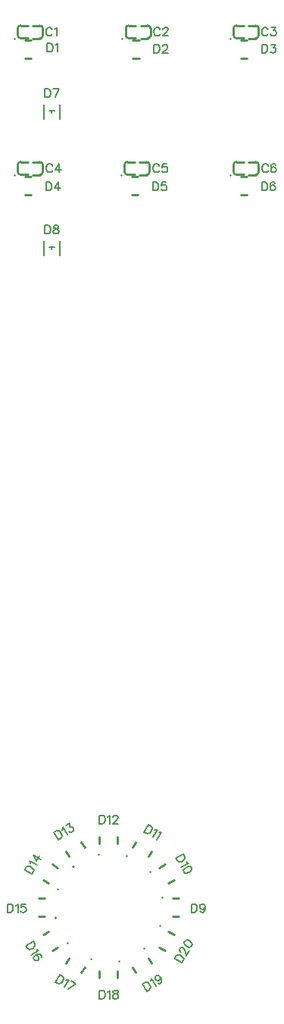
<source format=gto>
G04 Layer: TopSilkscreenLayer*
G04 EasyEDA v6.5.29, 2023-07-19 20:11:26*
G04 d82c07e130dc4937808a739b57af0cf3,5a6b42c53f6a479593ecc07194224c93,10*
G04 Gerber Generator version 0.2*
G04 Scale: 100 percent, Rotated: No, Reflected: No *
G04 Dimensions in millimeters *
G04 leading zeros omitted , absolute positions ,4 integer and 5 decimal *
%FSLAX45Y45*%
%MOMM*%

%ADD10C,0.1524*%
%ADD11C,0.2540*%
%ADD12C,0.1520*%

%LPD*%
D10*
X2971800Y1980437D02*
G01*
X2971800Y1884934D01*
X2971800Y1980437D02*
G01*
X3003550Y1980437D01*
X3017265Y1975865D01*
X3026409Y1966976D01*
X3030981Y1957831D01*
X3035554Y1944115D01*
X3035554Y1921510D01*
X3030981Y1907794D01*
X3026409Y1898650D01*
X3017265Y1889505D01*
X3003550Y1884934D01*
X2971800Y1884934D01*
X3124454Y1948687D02*
G01*
X3119881Y1934971D01*
X3110991Y1926081D01*
X3097275Y1921510D01*
X3092704Y1921510D01*
X3078988Y1926081D01*
X3070097Y1934971D01*
X3065525Y1948687D01*
X3065525Y1953260D01*
X3070097Y1966976D01*
X3078988Y1975865D01*
X3092704Y1980437D01*
X3097275Y1980437D01*
X3110991Y1975865D01*
X3119881Y1966976D01*
X3124454Y1948687D01*
X3124454Y1926081D01*
X3119881Y1903221D01*
X3110991Y1889505D01*
X3097275Y1884934D01*
X3088131Y1884934D01*
X3074415Y1889505D01*
X3070097Y1898650D01*
X2881327Y2539619D02*
G01*
X2798620Y2491867D01*
X2881327Y2539619D02*
G01*
X2897202Y2512123D01*
X2900100Y2497957D01*
X2896974Y2485593D01*
X2891342Y2477063D01*
X2881749Y2466246D01*
X2862171Y2454943D01*
X2848008Y2452044D01*
X2837802Y2451430D01*
X2825310Y2454777D01*
X2814495Y2464371D01*
X2798620Y2491867D01*
X2912572Y2449433D02*
G01*
X2920977Y2444021D01*
X2939493Y2438872D01*
X2856786Y2391120D01*
X2968195Y2389159D02*
G01*
X2957377Y2398750D01*
X2941147Y2399939D01*
X2919064Y2392469D01*
X2907405Y2385738D01*
X2889895Y2370348D01*
X2882587Y2355570D01*
X2885488Y2341407D01*
X2889933Y2333708D01*
X2900748Y2324115D01*
X2917200Y2323056D01*
X2939282Y2330526D01*
X2950941Y2337257D01*
X2968452Y2352647D01*
X2975538Y2367295D01*
X2972640Y2381460D01*
X2968195Y2389159D01*
X2488818Y2868627D02*
G01*
X2441066Y2785920D01*
X2488818Y2868627D02*
G01*
X2516314Y2852752D01*
X2525908Y2841934D01*
X2529382Y2829664D01*
X2528768Y2819460D01*
X2525869Y2805295D01*
X2514566Y2785717D01*
X2503749Y2776126D01*
X2495219Y2770492D01*
X2482728Y2767144D01*
X2468562Y2770045D01*
X2441066Y2785920D01*
X2560970Y2806146D02*
G01*
X2570954Y2805661D01*
X2589565Y2810461D01*
X2541813Y2727754D01*
X2606504Y2779857D02*
G01*
X2616710Y2779245D01*
X2635318Y2784045D01*
X2587566Y2701338D01*
X1943100Y2971037D02*
G01*
X1943100Y2875534D01*
X1943100Y2971037D02*
G01*
X1974850Y2971037D01*
X1988565Y2966465D01*
X1997709Y2957576D01*
X2002281Y2948431D01*
X2006854Y2934715D01*
X2006854Y2912110D01*
X2002281Y2898394D01*
X1997709Y2889250D01*
X1988565Y2880105D01*
X1974850Y2875534D01*
X1943100Y2875534D01*
X2036825Y2953004D02*
G01*
X2045715Y2957576D01*
X2059431Y2971037D01*
X2059431Y2875534D01*
X2093975Y2948431D02*
G01*
X2093975Y2953004D01*
X2098547Y2961894D01*
X2103120Y2966465D01*
X2112263Y2971037D01*
X2130297Y2971037D01*
X2139441Y2966465D01*
X2144013Y2961894D01*
X2148586Y2953004D01*
X2148586Y2943860D01*
X2144013Y2934715D01*
X2134870Y2921000D01*
X2089404Y2875534D01*
X2153158Y2875534D01*
X1435481Y2779727D02*
G01*
X1483233Y2697020D01*
X1435481Y2779727D02*
G01*
X1462976Y2795602D01*
X1477142Y2798500D01*
X1489506Y2795374D01*
X1498036Y2789742D01*
X1508853Y2780149D01*
X1520156Y2760571D01*
X1523055Y2746408D01*
X1523669Y2736202D01*
X1520322Y2723710D01*
X1510728Y2712895D01*
X1483233Y2697020D01*
X1525666Y2810972D02*
G01*
X1531078Y2819377D01*
X1536227Y2837893D01*
X1583979Y2755186D01*
X1570103Y2857451D02*
G01*
X1613435Y2882470D01*
X1608061Y2837426D01*
X1619719Y2844157D01*
X1629925Y2844769D01*
X1636168Y2843095D01*
X1646859Y2833723D01*
X1651431Y2825805D01*
X1654329Y2811640D01*
X1650984Y2799148D01*
X1641391Y2788333D01*
X1629732Y2781602D01*
X1615569Y2778701D01*
X1609323Y2780375D01*
X1600791Y2786009D01*
X1106472Y2361819D02*
G01*
X1189179Y2314067D01*
X1106472Y2361819D02*
G01*
X1122347Y2389314D01*
X1133165Y2398908D01*
X1145435Y2402382D01*
X1155639Y2401768D01*
X1169804Y2398869D01*
X1189382Y2387566D01*
X1198973Y2376749D01*
X1204607Y2368219D01*
X1207955Y2355728D01*
X1205054Y2341562D01*
X1189179Y2314067D01*
X1168953Y2433970D02*
G01*
X1169438Y2443954D01*
X1164638Y2462565D01*
X1247345Y2414813D01*
X1202357Y2527896D02*
G01*
X1234615Y2456771D01*
X1268778Y2515943D01*
X1202357Y2527896D02*
G01*
X1285064Y2480144D01*
X914400Y1980437D02*
G01*
X914400Y1884934D01*
X914400Y1980437D02*
G01*
X946150Y1980437D01*
X959865Y1975865D01*
X969009Y1966976D01*
X973581Y1957831D01*
X978154Y1944115D01*
X978154Y1921510D01*
X973581Y1907794D01*
X969009Y1898650D01*
X959865Y1889505D01*
X946150Y1884934D01*
X914400Y1884934D01*
X1008125Y1962404D02*
G01*
X1017015Y1966976D01*
X1030731Y1980437D01*
X1030731Y1884934D01*
X1115313Y1980437D02*
G01*
X1069847Y1980437D01*
X1065275Y1939544D01*
X1069847Y1944115D01*
X1083563Y1948687D01*
X1097025Y1948687D01*
X1110741Y1944115D01*
X1119886Y1934971D01*
X1124458Y1921510D01*
X1124458Y1912365D01*
X1119886Y1898650D01*
X1110741Y1889505D01*
X1097025Y1884934D01*
X1083563Y1884934D01*
X1069847Y1889505D01*
X1065275Y1894078D01*
X1060704Y1903221D01*
X1204927Y1561719D02*
G01*
X1122220Y1513967D01*
X1204927Y1561719D02*
G01*
X1220802Y1534223D01*
X1223700Y1520057D01*
X1220574Y1507693D01*
X1214942Y1499163D01*
X1205349Y1488346D01*
X1185771Y1477043D01*
X1171608Y1474144D01*
X1161402Y1473530D01*
X1148910Y1476877D01*
X1138095Y1486471D01*
X1122220Y1513967D01*
X1236172Y1471533D02*
G01*
X1244577Y1466121D01*
X1263093Y1460972D01*
X1180386Y1413220D01*
X1293726Y1380990D02*
G01*
X1299138Y1389395D01*
X1296240Y1403560D01*
X1291795Y1411259D01*
X1280977Y1420850D01*
X1264747Y1422039D01*
X1242664Y1414569D01*
X1223088Y1403266D01*
X1209535Y1390162D01*
X1206187Y1377670D01*
X1209088Y1363507D01*
X1211374Y1359547D01*
X1222062Y1350175D01*
X1234554Y1346827D01*
X1248719Y1349728D01*
X1252679Y1352014D01*
X1262052Y1362702D01*
X1265397Y1375194D01*
X1262626Y1389138D01*
X1260340Y1393098D01*
X1249522Y1402689D01*
X1237033Y1406037D01*
X1223088Y1403266D01*
X1498218Y1192227D02*
G01*
X1450466Y1109520D01*
X1498218Y1192227D02*
G01*
X1525714Y1176352D01*
X1535308Y1165534D01*
X1538782Y1153264D01*
X1538168Y1143060D01*
X1535269Y1128895D01*
X1523966Y1109317D01*
X1513149Y1099726D01*
X1504619Y1094092D01*
X1492128Y1090744D01*
X1477962Y1093645D01*
X1450466Y1109520D01*
X1570370Y1129746D02*
G01*
X1580354Y1129261D01*
X1598965Y1134061D01*
X1551213Y1051354D01*
X1680133Y1087198D02*
G01*
X1593006Y1027224D01*
X1624921Y1119075D02*
G01*
X1680133Y1087198D01*
X1943100Y1015237D02*
G01*
X1943100Y919734D01*
X1943100Y1015237D02*
G01*
X1974850Y1015237D01*
X1988565Y1010665D01*
X1997709Y1001776D01*
X2002281Y992631D01*
X2006854Y978915D01*
X2006854Y956310D01*
X2002281Y942594D01*
X1997709Y933450D01*
X1988565Y924305D01*
X1974850Y919734D01*
X1943100Y919734D01*
X2036825Y997204D02*
G01*
X2045715Y1001776D01*
X2059431Y1015237D01*
X2059431Y919734D01*
X2112263Y1015237D02*
G01*
X2098547Y1010665D01*
X2093975Y1001776D01*
X2093975Y992631D01*
X2098547Y983487D01*
X2107691Y978915D01*
X2125725Y974344D01*
X2139441Y969771D01*
X2148586Y960881D01*
X2153158Y951737D01*
X2153158Y938021D01*
X2148586Y928878D01*
X2144013Y924305D01*
X2130297Y919734D01*
X2112263Y919734D01*
X2098547Y924305D01*
X2093975Y928878D01*
X2089404Y938021D01*
X2089404Y951737D01*
X2093975Y960881D01*
X2103120Y969771D01*
X2116836Y974344D01*
X2134870Y978915D01*
X2144013Y983487D01*
X2148586Y992631D01*
X2148586Y1001776D01*
X2144013Y1010665D01*
X2130297Y1015237D01*
X2112263Y1015237D01*
X2426081Y1090627D02*
G01*
X2473833Y1007920D01*
X2426081Y1090627D02*
G01*
X2453576Y1106502D01*
X2467742Y1109400D01*
X2480106Y1106274D01*
X2488636Y1100642D01*
X2499453Y1091049D01*
X2510756Y1071471D01*
X2513655Y1057308D01*
X2514269Y1047102D01*
X2510922Y1034610D01*
X2501328Y1023795D01*
X2473833Y1007920D01*
X2516266Y1121872D02*
G01*
X2521678Y1130277D01*
X2526827Y1148793D01*
X2574579Y1066086D01*
X2619910Y1165875D02*
G01*
X2622811Y1151709D01*
X2619336Y1139438D01*
X2609964Y1128748D01*
X2606004Y1126462D01*
X2591841Y1123563D01*
X2579476Y1126690D01*
X2568658Y1136284D01*
X2566372Y1140244D01*
X2563474Y1154407D01*
X2566949Y1166677D01*
X2576540Y1177495D01*
X2580500Y1179781D01*
X2594444Y1182552D01*
X2606809Y1179426D01*
X2619910Y1165875D01*
X2631213Y1146296D01*
X2638686Y1124214D01*
X2637624Y1107762D01*
X2628252Y1097074D01*
X2620332Y1092502D01*
X2606169Y1089601D01*
X2597637Y1095235D01*
X2782872Y1371219D02*
G01*
X2865579Y1323467D01*
X2782872Y1371219D02*
G01*
X2798747Y1398714D01*
X2809565Y1408308D01*
X2821835Y1411782D01*
X2832039Y1411168D01*
X2846204Y1408269D01*
X2865782Y1396966D01*
X2875373Y1386149D01*
X2881007Y1377619D01*
X2884355Y1365128D01*
X2881454Y1350962D01*
X2865579Y1323467D01*
X2851597Y1445044D02*
G01*
X2847639Y1447330D01*
X2842097Y1455513D01*
X2840426Y1461759D01*
X2841038Y1471965D01*
X2850182Y1487802D01*
X2858587Y1493215D01*
X2864830Y1494889D01*
X2874817Y1494403D01*
X2882734Y1489831D01*
X2888368Y1481300D01*
X2895800Y1466743D01*
X2912442Y1404635D01*
X2944192Y1459628D01*
X2890187Y1557093D02*
G01*
X2887289Y1542930D01*
X2894375Y1528279D01*
X2911886Y1512890D01*
X2923545Y1506159D01*
X2945627Y1498688D01*
X2962079Y1499750D01*
X2972894Y1509341D01*
X2977339Y1517040D01*
X2980240Y1531205D01*
X2972932Y1545981D01*
X2955422Y1561371D01*
X2943763Y1568102D01*
X2921680Y1575572D01*
X2905450Y1574385D01*
X2894632Y1564792D01*
X2890187Y1557093D01*
X1333500Y11086388D02*
G01*
X1333500Y10990884D01*
X1333500Y11086388D02*
G01*
X1365250Y11086388D01*
X1378965Y11081816D01*
X1388109Y11072672D01*
X1392681Y11063782D01*
X1397254Y11050066D01*
X1397254Y11027206D01*
X1392681Y11013744D01*
X1388109Y11004600D01*
X1378965Y10995456D01*
X1365250Y10990884D01*
X1333500Y10990884D01*
X1490725Y11086388D02*
G01*
X1445259Y10990884D01*
X1427225Y11086388D02*
G01*
X1490725Y11086388D01*
X1333500Y9562337D02*
G01*
X1333500Y9466834D01*
X1333500Y9562337D02*
G01*
X1365250Y9562337D01*
X1378965Y9557765D01*
X1388109Y9548876D01*
X1392681Y9539731D01*
X1397254Y9526015D01*
X1397254Y9503410D01*
X1392681Y9489694D01*
X1388109Y9480550D01*
X1378965Y9471405D01*
X1365250Y9466834D01*
X1333500Y9466834D01*
X1449831Y9562337D02*
G01*
X1436115Y9557765D01*
X1431797Y9548876D01*
X1431797Y9539731D01*
X1436115Y9530587D01*
X1445259Y9526015D01*
X1463547Y9521444D01*
X1477009Y9516871D01*
X1486154Y9507981D01*
X1490725Y9498837D01*
X1490725Y9485121D01*
X1486154Y9475978D01*
X1481581Y9471405D01*
X1468120Y9466834D01*
X1449831Y9466834D01*
X1436115Y9471405D01*
X1431797Y9475978D01*
X1427225Y9485121D01*
X1427225Y9498837D01*
X1431797Y9507981D01*
X1440688Y9516871D01*
X1454404Y9521444D01*
X1472691Y9526015D01*
X1481581Y9530587D01*
X1486154Y9539731D01*
X1486154Y9548876D01*
X1481581Y9557765D01*
X1468120Y9562337D01*
X1449831Y9562337D01*
X1414373Y11749557D02*
G01*
X1409801Y11758447D01*
X1400657Y11767591D01*
X1391767Y11772163D01*
X1373479Y11772163D01*
X1364335Y11767591D01*
X1355191Y11758447D01*
X1350619Y11749557D01*
X1346301Y11735841D01*
X1346301Y11713235D01*
X1350619Y11699519D01*
X1355191Y11690375D01*
X1364335Y11681231D01*
X1373479Y11676659D01*
X1391767Y11676659D01*
X1400657Y11681231D01*
X1409801Y11690375D01*
X1414373Y11699519D01*
X1444345Y11754129D02*
G01*
X1453489Y11758447D01*
X1467205Y11772163D01*
X1467205Y11676659D01*
X1358900Y11594337D02*
G01*
X1358900Y11498834D01*
X1358900Y11594337D02*
G01*
X1390650Y11594337D01*
X1404365Y11589765D01*
X1413509Y11580876D01*
X1418081Y11571731D01*
X1422654Y11558015D01*
X1422654Y11535410D01*
X1418081Y11521694D01*
X1413509Y11512550D01*
X1404365Y11503405D01*
X1390650Y11498834D01*
X1358900Y11498834D01*
X1452625Y11576304D02*
G01*
X1461515Y11580876D01*
X1475231Y11594337D01*
X1475231Y11498834D01*
X2552700Y11581637D02*
G01*
X2552700Y11486134D01*
X2552700Y11581637D02*
G01*
X2584450Y11581637D01*
X2598165Y11577065D01*
X2607309Y11568176D01*
X2611881Y11559031D01*
X2616454Y11545315D01*
X2616454Y11522710D01*
X2611881Y11508994D01*
X2607309Y11499850D01*
X2598165Y11490705D01*
X2584450Y11486134D01*
X2552700Y11486134D01*
X2650997Y11559031D02*
G01*
X2650997Y11563604D01*
X2655315Y11572494D01*
X2659888Y11577065D01*
X2669031Y11581637D01*
X2687320Y11581637D01*
X2696209Y11577065D01*
X2700781Y11572494D01*
X2705354Y11563604D01*
X2705354Y11554460D01*
X2700781Y11545315D01*
X2691891Y11531600D01*
X2646425Y11486134D01*
X2709925Y11486134D01*
X2620797Y11749455D02*
G01*
X2616225Y11758599D01*
X2607335Y11767743D01*
X2598191Y11772315D01*
X2579903Y11772315D01*
X2570759Y11767743D01*
X2561869Y11758599D01*
X2557297Y11749455D01*
X2552725Y11735739D01*
X2552725Y11713133D01*
X2557297Y11699417D01*
X2561869Y11690273D01*
X2570759Y11681383D01*
X2579903Y11676811D01*
X2598191Y11676811D01*
X2607335Y11681383D01*
X2616225Y11690273D01*
X2620797Y11699417D01*
X2655341Y11749455D02*
G01*
X2655341Y11754027D01*
X2659913Y11763171D01*
X2664485Y11767743D01*
X2673629Y11772315D01*
X2691917Y11772315D01*
X2700807Y11767743D01*
X2705379Y11763171D01*
X2709951Y11754027D01*
X2709951Y11744883D01*
X2705379Y11735739D01*
X2696235Y11722277D01*
X2650769Y11676811D01*
X2714523Y11676811D01*
X3759200Y11581637D02*
G01*
X3759200Y11486134D01*
X3759200Y11581637D02*
G01*
X3790950Y11581637D01*
X3804665Y11577065D01*
X3813809Y11568176D01*
X3818381Y11559031D01*
X3822954Y11545315D01*
X3822954Y11522710D01*
X3818381Y11508994D01*
X3813809Y11499850D01*
X3804665Y11490705D01*
X3790950Y11486134D01*
X3759200Y11486134D01*
X3861815Y11581637D02*
G01*
X3911854Y11581637D01*
X3884675Y11545315D01*
X3898391Y11545315D01*
X3907281Y11540744D01*
X3911854Y11536171D01*
X3916425Y11522710D01*
X3916425Y11513565D01*
X3911854Y11499850D01*
X3902709Y11490705D01*
X3889247Y11486134D01*
X3875531Y11486134D01*
X3861815Y11490705D01*
X3857497Y11495278D01*
X3852925Y11504421D01*
X3827297Y11749455D02*
G01*
X3822725Y11758599D01*
X3813835Y11767743D01*
X3804691Y11772315D01*
X3786403Y11772315D01*
X3777259Y11767743D01*
X3768369Y11758599D01*
X3763797Y11749455D01*
X3759225Y11735739D01*
X3759225Y11713133D01*
X3763797Y11699417D01*
X3768369Y11690273D01*
X3777259Y11681383D01*
X3786403Y11676811D01*
X3804691Y11676811D01*
X3813835Y11681383D01*
X3822725Y11690273D01*
X3827297Y11699417D01*
X3866413Y11772315D02*
G01*
X3916451Y11772315D01*
X3889273Y11735739D01*
X3902735Y11735739D01*
X3911879Y11731421D01*
X3916451Y11726849D01*
X3921023Y11713133D01*
X3921023Y11703989D01*
X3916451Y11690273D01*
X3907307Y11681383D01*
X3893845Y11676811D01*
X3880129Y11676811D01*
X3866413Y11681383D01*
X3861841Y11685955D01*
X3857269Y11694845D01*
X1346200Y10044937D02*
G01*
X1346200Y9949434D01*
X1346200Y10044937D02*
G01*
X1377950Y10044937D01*
X1391665Y10040365D01*
X1400809Y10031476D01*
X1405381Y10022331D01*
X1409954Y10008615D01*
X1409954Y9986010D01*
X1405381Y9972294D01*
X1400809Y9963150D01*
X1391665Y9954005D01*
X1377950Y9949434D01*
X1346200Y9949434D01*
X1485391Y10044937D02*
G01*
X1439925Y9981437D01*
X1507997Y9981437D01*
X1485391Y10044937D02*
G01*
X1485391Y9949434D01*
X1416558Y10226294D02*
G01*
X1411986Y10235437D01*
X1403095Y10244581D01*
X1393952Y10249154D01*
X1375663Y10249154D01*
X1366520Y10244581D01*
X1357629Y10235437D01*
X1353058Y10226294D01*
X1348486Y10212578D01*
X1348486Y10189971D01*
X1353058Y10176255D01*
X1357629Y10167112D01*
X1366520Y10158221D01*
X1375663Y10153650D01*
X1393952Y10153650D01*
X1403095Y10158221D01*
X1411986Y10167112D01*
X1416558Y10176255D01*
X1491995Y10249154D02*
G01*
X1446529Y10185400D01*
X1514856Y10185400D01*
X1491995Y10249154D02*
G01*
X1491995Y10153650D01*
X2540000Y10044937D02*
G01*
X2540000Y9949434D01*
X2540000Y10044937D02*
G01*
X2571750Y10044937D01*
X2585465Y10040365D01*
X2594609Y10031476D01*
X2599181Y10022331D01*
X2603754Y10008615D01*
X2603754Y9986010D01*
X2599181Y9972294D01*
X2594609Y9963150D01*
X2585465Y9954005D01*
X2571750Y9949434D01*
X2540000Y9949434D01*
X2688081Y10044937D02*
G01*
X2642615Y10044937D01*
X2638297Y10004044D01*
X2642615Y10008615D01*
X2656331Y10013187D01*
X2670047Y10013187D01*
X2683509Y10008615D01*
X2692654Y9999471D01*
X2697225Y9986010D01*
X2697225Y9976865D01*
X2692654Y9963150D01*
X2683509Y9954005D01*
X2670047Y9949434D01*
X2656331Y9949434D01*
X2642615Y9954005D01*
X2638297Y9958578D01*
X2633725Y9967721D01*
X2610358Y10226294D02*
G01*
X2605786Y10235437D01*
X2596895Y10244581D01*
X2587752Y10249154D01*
X2569463Y10249154D01*
X2560320Y10244581D01*
X2551429Y10235437D01*
X2546858Y10226294D01*
X2542286Y10212578D01*
X2542286Y10189971D01*
X2546858Y10176255D01*
X2551429Y10167112D01*
X2560320Y10158221D01*
X2569463Y10153650D01*
X2587752Y10153650D01*
X2596895Y10158221D01*
X2605786Y10167112D01*
X2610358Y10176255D01*
X2694940Y10249154D02*
G01*
X2649474Y10249154D01*
X2644902Y10208260D01*
X2649474Y10212578D01*
X2663190Y10217150D01*
X2676906Y10217150D01*
X2690368Y10212578D01*
X2699511Y10203687D01*
X2704084Y10189971D01*
X2704084Y10180828D01*
X2699511Y10167112D01*
X2690368Y10158221D01*
X2676906Y10153650D01*
X2663190Y10153650D01*
X2649474Y10158221D01*
X2644902Y10162794D01*
X2640329Y10171684D01*
X3829558Y10226294D02*
G01*
X3824986Y10235437D01*
X3816095Y10244581D01*
X3806952Y10249154D01*
X3788663Y10249154D01*
X3779520Y10244581D01*
X3770629Y10235437D01*
X3766058Y10226294D01*
X3761486Y10212578D01*
X3761486Y10189971D01*
X3766058Y10176255D01*
X3770629Y10167112D01*
X3779520Y10158221D01*
X3788663Y10153650D01*
X3806952Y10153650D01*
X3816095Y10158221D01*
X3824986Y10167112D01*
X3829558Y10176255D01*
X3914140Y10235437D02*
G01*
X3909568Y10244581D01*
X3896106Y10249154D01*
X3886961Y10249154D01*
X3873245Y10244581D01*
X3864102Y10230865D01*
X3859529Y10208260D01*
X3859529Y10185400D01*
X3864102Y10167112D01*
X3873245Y10158221D01*
X3886961Y10153650D01*
X3891534Y10153650D01*
X3904995Y10158221D01*
X3914140Y10167112D01*
X3918711Y10180828D01*
X3918711Y10185400D01*
X3914140Y10199115D01*
X3904995Y10208260D01*
X3891534Y10212578D01*
X3886961Y10212578D01*
X3873245Y10208260D01*
X3864102Y10199115D01*
X3859529Y10185400D01*
X3759200Y10044937D02*
G01*
X3759200Y9949434D01*
X3759200Y10044937D02*
G01*
X3790950Y10044937D01*
X3804665Y10040365D01*
X3813809Y10031476D01*
X3818381Y10022331D01*
X3822954Y10008615D01*
X3822954Y9986010D01*
X3818381Y9972294D01*
X3813809Y9963150D01*
X3804665Y9954005D01*
X3790950Y9949434D01*
X3759200Y9949434D01*
X3907281Y10031476D02*
G01*
X3902709Y10040365D01*
X3889247Y10044937D01*
X3880104Y10044937D01*
X3866388Y10040365D01*
X3857497Y10026904D01*
X3852925Y10004044D01*
X3852925Y9981437D01*
X3857497Y9963150D01*
X3866388Y9954005D01*
X3880104Y9949434D01*
X3884675Y9949434D01*
X3898391Y9954005D01*
X3907281Y9963150D01*
X3911854Y9976865D01*
X3911854Y9981437D01*
X3907281Y9994900D01*
X3898391Y10004044D01*
X3884675Y10008615D01*
X3880104Y10008615D01*
X3866388Y10004044D01*
X3857497Y9994900D01*
X3852925Y9981437D01*
D11*
X2641594Y2057407D02*
G01*
X2641594Y2056223D01*
X2757451Y1841507D02*
G01*
X2830545Y1841507D01*
X2757451Y2044707D02*
G01*
X2830540Y2044707D01*
X2504465Y2340538D02*
G01*
X2505057Y2339512D01*
X2712750Y2211491D02*
G01*
X2776052Y2248039D01*
X2611150Y2387467D02*
G01*
X2674447Y2424013D01*
X2244148Y2517175D02*
G01*
X2245174Y2516583D01*
X2489052Y2509560D02*
G01*
X2525598Y2572862D01*
X2313076Y2611160D02*
G01*
X2349619Y2674457D01*
X1930387Y2539989D02*
G01*
X1931570Y2539989D01*
X2146287Y2655846D02*
G01*
X2146287Y2728940D01*
X1943087Y2655846D02*
G01*
X1943087Y2728935D01*
X1647256Y2402867D02*
G01*
X1648282Y2403459D01*
X1776303Y2611153D02*
G01*
X1739755Y2674454D01*
X1600327Y2509553D02*
G01*
X1563781Y2572849D01*
X1470616Y2142550D02*
G01*
X1471208Y2143577D01*
X1478231Y2387455D02*
G01*
X1414929Y2424000D01*
X1376631Y2211478D02*
G01*
X1313334Y2248021D01*
X1447802Y1828789D02*
G01*
X1447802Y1829973D01*
X1331945Y2044689D02*
G01*
X1258851Y2044689D01*
X1331945Y1841489D02*
G01*
X1258857Y1841489D01*
X1584924Y1545658D02*
G01*
X1584332Y1546684D01*
X1376639Y1674705D02*
G01*
X1313337Y1638157D01*
X1478239Y1498729D02*
G01*
X1414942Y1462184D01*
X1845243Y1369021D02*
G01*
X1844217Y1369613D01*
X1600339Y1376636D02*
G01*
X1563794Y1313334D01*
X1776315Y1275036D02*
G01*
X1739772Y1211740D01*
X2159002Y1346205D02*
G01*
X2157818Y1346205D01*
X1943102Y1230348D02*
G01*
X1943102Y1157254D01*
X2146302Y1230348D02*
G01*
X2146302Y1157259D01*
X2442136Y1483329D02*
G01*
X2441110Y1482737D01*
X2313089Y1275044D02*
G01*
X2349637Y1211742D01*
X2489065Y1376644D02*
G01*
X2525610Y1313347D01*
X2618773Y1743646D02*
G01*
X2618181Y1742620D01*
X2611158Y1498742D02*
G01*
X2674459Y1462196D01*
X2712758Y1674718D02*
G01*
X2776054Y1638175D01*
D12*
X1498600Y10913102D02*
G01*
X1498600Y10753097D01*
X1320800Y10753097D02*
G01*
X1320800Y10913102D01*
X1409700Y10820400D02*
G01*
X1409700Y10845800D01*
X1377950Y10845800D02*
G01*
X1441450Y10845800D01*
X1498600Y9389102D02*
G01*
X1498600Y9229097D01*
X1320800Y9229097D02*
G01*
X1320800Y9389102D01*
X1409700Y9296400D02*
G01*
X1409700Y9321800D01*
X1377950Y9321800D02*
G01*
X1441450Y9321800D01*
D11*
X1029398Y11682122D02*
G01*
X1029398Y11762125D01*
X1140373Y11651137D02*
G01*
X1060376Y11651137D01*
X1140373Y11793103D02*
G01*
X1060376Y11793103D01*
X1197963Y11650555D02*
G01*
X1277962Y11650555D01*
X1308945Y11681538D02*
G01*
X1308945Y11761536D01*
X1197963Y11792516D02*
G01*
X1277962Y11792516D01*
X990594Y11645907D02*
G01*
X990594Y11644723D01*
X1106451Y11430007D02*
G01*
X1179545Y11430007D01*
X1106451Y11633207D02*
G01*
X1179540Y11633207D01*
X2197094Y11645907D02*
G01*
X2197094Y11644723D01*
X2312951Y11430007D02*
G01*
X2386045Y11430007D01*
X2312951Y11633207D02*
G01*
X2386040Y11633207D01*
X2235898Y11682122D02*
G01*
X2235898Y11762125D01*
X2346873Y11651137D02*
G01*
X2266876Y11651137D01*
X2346873Y11793103D02*
G01*
X2266876Y11793103D01*
X2404463Y11650555D02*
G01*
X2484462Y11650555D01*
X2515445Y11681538D02*
G01*
X2515445Y11761536D01*
X2404463Y11792516D02*
G01*
X2484462Y11792516D01*
X3403594Y11645907D02*
G01*
X3403594Y11644723D01*
X3519451Y11430007D02*
G01*
X3592545Y11430007D01*
X3519451Y11633207D02*
G01*
X3592540Y11633207D01*
X3442398Y11682122D02*
G01*
X3442398Y11762125D01*
X3553373Y11651137D02*
G01*
X3473376Y11651137D01*
X3553373Y11793103D02*
G01*
X3473376Y11793103D01*
X3610963Y11650555D02*
G01*
X3690962Y11650555D01*
X3721945Y11681538D02*
G01*
X3721945Y11761536D01*
X3610963Y11792516D02*
G01*
X3690962Y11792516D01*
X990594Y10121907D02*
G01*
X990594Y10120723D01*
X1106451Y9906007D02*
G01*
X1179545Y9906007D01*
X1106451Y10109207D02*
G01*
X1179540Y10109207D01*
X1029398Y10158122D02*
G01*
X1029398Y10238125D01*
X1140373Y10127137D02*
G01*
X1060376Y10127137D01*
X1140373Y10269103D02*
G01*
X1060376Y10269103D01*
X1197963Y10126555D02*
G01*
X1277962Y10126555D01*
X1308945Y10157538D02*
G01*
X1308945Y10237536D01*
X1197963Y10268516D02*
G01*
X1277962Y10268516D01*
X2184394Y10121907D02*
G01*
X2184394Y10120723D01*
X2300251Y9906007D02*
G01*
X2373345Y9906007D01*
X2300251Y10109207D02*
G01*
X2373340Y10109207D01*
X2223198Y10158122D02*
G01*
X2223198Y10238125D01*
X2334173Y10127137D02*
G01*
X2254176Y10127137D01*
X2334173Y10269103D02*
G01*
X2254176Y10269103D01*
X2391763Y10126555D02*
G01*
X2471762Y10126555D01*
X2502745Y10157538D02*
G01*
X2502745Y10237536D01*
X2391763Y10268516D02*
G01*
X2471762Y10268516D01*
X3442398Y10158122D02*
G01*
X3442398Y10238125D01*
X3553373Y10127137D02*
G01*
X3473376Y10127137D01*
X3553373Y10269103D02*
G01*
X3473376Y10269103D01*
X3610963Y10126555D02*
G01*
X3690962Y10126555D01*
X3721945Y10157538D02*
G01*
X3721945Y10237536D01*
X3610963Y10268516D02*
G01*
X3690962Y10268516D01*
X3403594Y10121907D02*
G01*
X3403594Y10120723D01*
X3519451Y9906007D02*
G01*
X3592545Y9906007D01*
X3519451Y10109207D02*
G01*
X3592540Y10109207D01*
G75*
G01*
X1308951Y11681539D02*
G02*
X1277968Y11650556I-30983J0D01*
G75*
G01*
X1277968Y11792522D02*
G02*
X1308951Y11761536I0J-30983D01*
G75*
G01*
X1060381Y11651137D02*
G02*
X1029399Y11682123I0J30983D01*
G75*
G01*
X1029399Y11762120D02*
G02*
X1060381Y11793103I30982J0D01*
G75*
G01*
X2515451Y11681539D02*
G02*
X2484468Y11650556I-30983J0D01*
G75*
G01*
X2484468Y11792522D02*
G02*
X2515451Y11761536I0J-30983D01*
G75*
G01*
X2266881Y11651137D02*
G02*
X2235899Y11682123I0J30983D01*
G75*
G01*
X2235899Y11762120D02*
G02*
X2266881Y11793103I30982J0D01*
G75*
G01*
X3721951Y11681539D02*
G02*
X3690968Y11650556I-30983J0D01*
G75*
G01*
X3690968Y11792522D02*
G02*
X3721951Y11761536I0J-30983D01*
G75*
G01*
X3473381Y11651137D02*
G02*
X3442399Y11682123I0J30983D01*
G75*
G01*
X3442399Y11762120D02*
G02*
X3473381Y11793103I30982J0D01*
G75*
G01*
X1308951Y10157539D02*
G02*
X1277968Y10126556I-30983J0D01*
G75*
G01*
X1277968Y10268522D02*
G02*
X1308951Y10237536I0J-30983D01*
G75*
G01*
X1060381Y10127137D02*
G02*
X1029399Y10158123I0J30983D01*
G75*
G01*
X1029399Y10238120D02*
G02*
X1060381Y10269103I30982J0D01*
G75*
G01*
X2502751Y10157539D02*
G02*
X2471768Y10126556I-30983J0D01*
G75*
G01*
X2471768Y10268522D02*
G02*
X2502751Y10237536I0J-30983D01*
G75*
G01*
X2254181Y10127137D02*
G02*
X2223199Y10158123I0J30983D01*
G75*
G01*
X2223199Y10238120D02*
G02*
X2254181Y10269103I30982J0D01*
G75*
G01*
X3721951Y10157539D02*
G02*
X3690968Y10126556I-30983J0D01*
G75*
G01*
X3690968Y10268522D02*
G02*
X3721951Y10237536I0J-30983D01*
G75*
G01*
X3473381Y10127137D02*
G02*
X3442399Y10158123I0J30983D01*
G75*
G01*
X3442399Y10238120D02*
G02*
X3473381Y10269103I30982J0D01*
M02*

</source>
